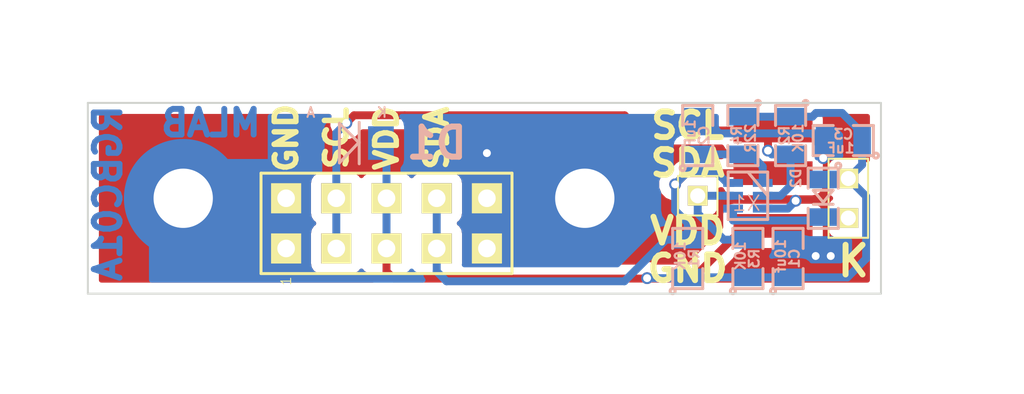
<source format=kicad_pcb>
(kicad_pcb (version 4) (host pcbnew "(2015-05-13 BZR 5653)-product")

  (general
    (links 36)
    (no_connects 0)
    (area 0.203999 -9.448001 40.436001 0.304001)
    (thickness 1.6)
    (drawings 15)
    (tracks 99)
    (zones 0)
    (modules 19)
    (nets 8)
  )

  (page A4)
  (layers
    (0 F.Cu signal)
    (31 B.Cu signal)
    (32 B.Adhes user)
    (33 F.Adhes user)
    (34 B.Paste user)
    (35 F.Paste user)
    (36 B.SilkS user)
    (37 F.SilkS user)
    (38 B.Mask user)
    (39 F.Mask user)
    (40 Dwgs.User user)
    (41 Cmts.User user)
    (42 Eco1.User user)
    (43 Eco2.User user)
    (44 Edge.Cuts user)
    (45 Margin user)
    (46 B.CrtYd user)
    (47 F.CrtYd user)
    (48 B.Fab user)
    (49 F.Fab user)
  )

  (setup
    (last_trace_width 0.25)
    (user_trace_width 0.2)
    (user_trace_width 0.3)
    (user_trace_width 0.4)
    (trace_clearance 0.2)
    (zone_clearance 0.508)
    (zone_45_only no)
    (trace_min 0.2)
    (segment_width 0.2)
    (edge_width 0.1)
    (via_size 0.6)
    (via_drill 0.4)
    (via_min_size 0.4)
    (via_min_drill 0.3)
    (uvia_size 0.3)
    (uvia_drill 0.1)
    (uvias_allowed no)
    (uvia_min_size 0.2)
    (uvia_min_drill 0.1)
    (pcb_text_width 0.3)
    (pcb_text_size 1.5 1.5)
    (mod_edge_width 0.15)
    (mod_text_size 1 1)
    (mod_text_width 0.15)
    (pad_size 6 6)
    (pad_drill 3)
    (pad_to_mask_clearance 0)
    (aux_axis_origin 0 0)
    (visible_elements 7FFFFF7F)
    (pcbplotparams
      (layerselection 0x010f0_80000001)
      (usegerberextensions false)
      (excludeedgelayer true)
      (linewidth 0.300000)
      (plotframeref false)
      (viasonmask false)
      (mode 1)
      (useauxorigin false)
      (hpglpennumber 1)
      (hpglpenspeed 20)
      (hpglpendiameter 15)
      (hpglpenoverlay 2)
      (psnegative false)
      (psa4output false)
      (plotreference true)
      (plotvalue true)
      (plotinvisibletext false)
      (padsonsilk false)
      (subtractmaskfromsilk false)
      (outputformat 1)
      (mirror false)
      (drillshape 0)
      (scaleselection 1)
      (outputdirectory ../CAM_PROFI/))
  )

  (net 0 "")
  (net 1 VDD)
  (net 2 GND)
  (net 3 "Net-(C2-Pad1)")
  (net 4 "Net-(D2-Pad2)")
  (net 5 "Net-(J2-Pad1)")
  (net 6 /SCL)
  (net 7 /SDA)

  (net_class Default "Toto je výchozí třída sítě."
    (clearance 0.2)
    (trace_width 0.25)
    (via_dia 0.6)
    (via_drill 0.4)
    (uvia_dia 0.3)
    (uvia_drill 0.1)
    (add_net /SCL)
    (add_net /SDA)
    (add_net GND)
    (add_net "Net-(C2-Pad1)")
    (add_net "Net-(D2-Pad2)")
    (add_net "Net-(J2-Pad1)")
    (add_net VDD)
  )

  (module Mlab_Pin_Headers:Straight_2x01 (layer F.Cu) (tedit 5545E8D2) (tstamp 5593D410)
    (at 38.735 -4.572 270)
    (descr "pin header straight 2x01")
    (tags "pin header straight 2x01")
    (path /5593C30F)
    (fp_text reference J3 (at 0 -2 270) (layer F.SilkS) hide
      (effects (font (size 1 1) (thickness 0.15)))
    )
    (fp_text value CONN1_2 (at 0 2 270) (layer F.SilkS) hide
      (effects (font (size 1 1) (thickness 0.15)))
    )
    (fp_line (start -2 -1) (end 2 -1) (layer F.SilkS) (width 0))
    (fp_line (start 2 -1) (end 2 1) (layer F.SilkS) (width 0))
    (fp_line (start 2 1) (end -2 1) (layer F.SilkS) (width 0))
    (fp_line (start -2 1) (end -2 -1) (layer F.SilkS) (width 0))
    (pad 1 thru_hole rect (at -1 0 270) (size 1 1) (drill 0.762) (layers *.Cu *.Mask F.SilkS)
      (net 1 VDD))
    (pad 2 thru_hole rect (at 1 0 270) (size 1 1) (drill 0.762) (layers *.Cu *.Mask F.SilkS)
      (net 4 "Net-(D2-Pad2)"))
    (model Pin_Headers/Pin_Header_Straight_2x01.wrl
      (at (xyz 0 0 0))
      (scale (xyz 1 1 1))
      (rotate (xyz 0 0 90))
    )
  )

  (module Mlab_Mechanical:MountingHole_3mm placed (layer B.Cu) (tedit 5593DD71) (tstamp 5593D415)
    (at 5.08 -4.572)
    (descr "Mounting hole, Befestigungsbohrung, 3mm, No Annular, Kein Restring,")
    (tags "Mounting hole, Befestigungsbohrung, 3mm, No Annular, Kein Restring,")
    (path /5593DF34)
    (fp_text reference M1 (at 0 4) (layer B.SilkS) hide
      (effects (font (thickness 0.15)) (justify mirror))
    )
    (fp_text value HOLE (at 0 -4) (layer B.SilkS) hide
      (effects (font (thickness 0.15)) (justify mirror))
    )
    (fp_circle (center 0 0) (end 2 0) (layer Cmts.User) (width 0))
    (pad 1 thru_hole circle (at 0 0) (size 6 6) (drill 3) (layers *.Cu *.Adhes *.Mask)
      (net 2 GND) (clearance 1) (zone_connect 2))
  )

  (module Mlab_Mechanical:MountingHole_3mm placed (layer B.Cu) (tedit 5535DB2C) (tstamp 5593D41A)
    (at 25.4 -4.572)
    (descr "Mounting hole, Befestigungsbohrung, 3mm, No Annular, Kein Restring,")
    (tags "Mounting hole, Befestigungsbohrung, 3mm, No Annular, Kein Restring,")
    (path /5593E06B)
    (fp_text reference M2 (at 0 4) (layer B.SilkS) hide
      (effects (font (thickness 0.15)) (justify mirror))
    )
    (fp_text value HOLE (at 0 -4) (layer B.SilkS) hide
      (effects (font (thickness 0.15)) (justify mirror))
    )
    (fp_circle (center 0 0) (end 2 0) (layer Cmts.User) (width 0))
    (pad 1 thru_hole circle (at 0 0) (size 6 6) (drill 3) (layers *.Cu *.Adhes *.Mask)
      (net 2 GND) (clearance 1) (zone_connect 2))
  )

  (module Mlab_IO:FN (layer B.Cu) (tedit 55950D99) (tstamp 5593D441)
    (at 33.655 -4.699 180)
    (tags " TCS37717")
    (path /5593BBC3)
    (fp_text reference X1 (at 0.0762 -0.381 360) (layer B.SilkS)
      (effects (font (size 0.762 0.762) (thickness 0.0762)) (justify mirror))
    )
    (fp_text value TCS37717 (at 0.0889 1.8796 180) (layer B.SilkS) hide
      (effects (font (size 0.50038 0.50038) (thickness 0.0762)) (justify mirror))
    )
    (fp_line (start -1 0) (end 0 1.2) (layer B.SilkS) (width 0.15))
    (fp_line (start 1 1.2) (end 1 -1.2) (layer B.SilkS) (width 0.15))
    (fp_line (start 1 -1.2) (end -1 -1.2) (layer B.SilkS) (width 0.15))
    (fp_line (start -1 -1.2) (end -1 1.2) (layer B.SilkS) (width 0.15))
    (fp_line (start 1 1.2) (end -1 1.2) (layer B.SilkS) (width 0.15))
    (pad 6 smd rect (at 0.75 0.65 180) (size 1 0.4) (layers B.Cu B.Paste B.Mask)
      (net 7 /SDA))
    (pad 5 smd rect (at 0.75 0 180) (size 1 0.4) (layers B.Cu B.Paste B.Mask)
      (net 5 "Net-(J2-Pad1)"))
    (pad 4 smd rect (at 0.75 -0.65 180) (size 1 0.4) (layers B.Cu B.Paste B.Mask)
      (net 4 "Net-(D2-Pad2)"))
    (pad 3 smd rect (at -0.75 -0.65 180) (size 1 0.4) (layers B.Cu B.Paste B.Mask)
      (net 2 GND))
    (pad 2 smd rect (at -0.75 0 180) (size 1 0.4) (layers B.Cu B.Paste B.Mask)
      (net 6 /SCL))
    (pad 1 smd rect (at -0.75 0.65 180) (size 1 0.4) (layers B.Cu B.Paste B.Mask)
      (net 3 "Net-(C2-Pad1)"))
    (model MLAB_3D/IO/SOT23_6.wrl
      (at (xyz 0 0 0))
      (scale (xyz 0.11 0.11 0.11))
      (rotate (xyz 0 0 0))
    )
  )

  (module Mlab_Pin_Headers:Straight_2x05 (layer F.Cu) (tedit 55950446) (tstamp 55943182)
    (at 15.367 -3.302 90)
    (descr "pin header straight 2x05")
    (tags "pin header straight 2x05")
    (path /5593C646)
    (fp_text reference J1 (at 0 -7.62 90) (layer F.SilkS) hide
      (effects (font (size 1.5 1.5) (thickness 0.15)))
    )
    (fp_text value JUMP_5X2 (at 0 7.62 90) (layer F.SilkS) hide
      (effects (font (size 1.5 1.5) (thickness 0.15)))
    )
    (fp_text user 1 (at -2.921 -5.08 90) (layer F.SilkS)
      (effects (font (size 0.5 0.5) (thickness 0.05)))
    )
    (fp_line (start -2.54 -6.35) (end 2.54 -6.35) (layer F.SilkS) (width 0.15))
    (fp_line (start 2.54 -6.35) (end 2.54 6.35) (layer F.SilkS) (width 0.15))
    (fp_line (start 2.54 6.35) (end -2.54 6.35) (layer F.SilkS) (width 0.15))
    (fp_line (start -2.54 6.35) (end -2.54 -6.35) (layer F.SilkS) (width 0.15))
    (pad 1 thru_hole rect (at -1.27 -5.08 90) (size 1.524 1.524) (drill 0.889) (layers *.Cu *.Mask F.SilkS)
      (net 2 GND))
    (pad 2 thru_hole rect (at 1.27 -5.08 90) (size 1.524 1.524) (drill 0.889) (layers *.Cu *.Mask F.SilkS)
      (net 2 GND))
    (pad 3 thru_hole rect (at -1.27 -2.54 90) (size 1.524 1.524) (drill 0.889) (layers *.Cu *.Mask F.SilkS)
      (net 6 /SCL))
    (pad 4 thru_hole rect (at 1.27 -2.54 90) (size 1.524 1.524) (drill 0.889) (layers *.Cu *.Mask F.SilkS)
      (net 6 /SCL))
    (pad 5 thru_hole rect (at -1.27 0 90) (size 1.524 1.524) (drill 0.889) (layers *.Cu *.Mask F.SilkS)
      (net 1 VDD))
    (pad 6 thru_hole rect (at 1.27 0 90) (size 1.524 1.524) (drill 0.889) (layers *.Cu *.Mask F.SilkS)
      (net 1 VDD))
    (pad 7 thru_hole rect (at -1.27 2.54 90) (size 1.524 1.524) (drill 0.889) (layers *.Cu *.Mask F.SilkS)
      (net 7 /SDA))
    (pad 8 thru_hole rect (at 1.27 2.54 90) (size 1.524 1.524) (drill 0.889) (layers *.Cu *.Mask F.SilkS)
      (net 7 /SDA))
    (pad 9 thru_hole rect (at -1.27 5.08 90) (size 1.524 1.524) (drill 0.889) (layers *.Cu *.Mask F.SilkS)
      (net 2 GND))
    (pad 10 thru_hole rect (at 1.27 5.08 90) (size 1.524 1.524) (drill 0.889) (layers *.Cu *.Mask F.SilkS)
      (net 2 GND))
    (model Pin_Headers/Pin_Header_Straight_2x05.wrl
      (at (xyz 0 0 0))
      (scale (xyz 1 1 1))
      (rotate (xyz 0 0 90))
    )
  )

  (module Mlab_R:SMD-0805 (layer B.Cu) (tedit 54799E0C) (tstamp 5593DD5A)
    (at 35.687 -1.524 90)
    (path /5593B828)
    (attr smd)
    (fp_text reference C1 (at 0 0.3175 90) (layer B.SilkS)
      (effects (font (size 0.50038 0.50038) (thickness 0.10922)) (justify mirror))
    )
    (fp_text value 10uf (at 0.127 -0.381 90) (layer B.SilkS)
      (effects (font (size 0.50038 0.50038) (thickness 0.10922)) (justify mirror))
    )
    (fp_circle (center -1.651 -0.762) (end -1.651 -0.635) (layer B.SilkS) (width 0.15))
    (fp_line (start -0.508 -0.762) (end -1.524 -0.762) (layer B.SilkS) (width 0.15))
    (fp_line (start -1.524 -0.762) (end -1.524 0.762) (layer B.SilkS) (width 0.15))
    (fp_line (start -1.524 0.762) (end -0.508 0.762) (layer B.SilkS) (width 0.15))
    (fp_line (start 0.508 0.762) (end 1.524 0.762) (layer B.SilkS) (width 0.15))
    (fp_line (start 1.524 0.762) (end 1.524 -0.762) (layer B.SilkS) (width 0.15))
    (fp_line (start 1.524 -0.762) (end 0.508 -0.762) (layer B.SilkS) (width 0.15))
    (pad 1 smd rect (at -0.9525 0 90) (size 0.889 1.397) (layers B.Cu B.Paste B.Mask)
      (net 1 VDD))
    (pad 2 smd rect (at 0.9525 0 90) (size 0.889 1.397) (layers B.Cu B.Paste B.Mask)
      (net 2 GND))
    (model MLAB_3D/Resistors/chip_cms.wrl
      (at (xyz 0 0 0))
      (scale (xyz 0.1 0.1 0.1))
      (rotate (xyz 0 0 0))
    )
  )

  (module Mlab_R:SMD-0805 (layer B.Cu) (tedit 54799E0C) (tstamp 5593DD67)
    (at 31.115 -7.747 90)
    (path /5593C035)
    (attr smd)
    (fp_text reference C2 (at 0 0.3175 90) (layer B.SilkS)
      (effects (font (size 0.50038 0.50038) (thickness 0.10922)) (justify mirror))
    )
    (fp_text value 1uF (at 0.127 -0.381 90) (layer B.SilkS)
      (effects (font (size 0.50038 0.50038) (thickness 0.10922)) (justify mirror))
    )
    (fp_circle (center -1.651 -0.762) (end -1.651 -0.635) (layer B.SilkS) (width 0.15))
    (fp_line (start -0.508 -0.762) (end -1.524 -0.762) (layer B.SilkS) (width 0.15))
    (fp_line (start -1.524 -0.762) (end -1.524 0.762) (layer B.SilkS) (width 0.15))
    (fp_line (start -1.524 0.762) (end -0.508 0.762) (layer B.SilkS) (width 0.15))
    (fp_line (start 0.508 0.762) (end 1.524 0.762) (layer B.SilkS) (width 0.15))
    (fp_line (start 1.524 0.762) (end 1.524 -0.762) (layer B.SilkS) (width 0.15))
    (fp_line (start 1.524 -0.762) (end 0.508 -0.762) (layer B.SilkS) (width 0.15))
    (pad 1 smd rect (at -0.9525 0 90) (size 0.889 1.397) (layers B.Cu B.Paste B.Mask)
      (net 3 "Net-(C2-Pad1)"))
    (pad 2 smd rect (at 0.9525 0 90) (size 0.889 1.397) (layers B.Cu B.Paste B.Mask)
      (net 2 GND))
    (model MLAB_3D/Resistors/chip_cms.wrl
      (at (xyz 0 0 0))
      (scale (xyz 0.1 0.1 0.1))
      (rotate (xyz 0 0 0))
    )
  )

  (module Mlab_R:SMD-0805 (layer B.Cu) (tedit 54799E0C) (tstamp 5593DD8E)
    (at 30.607 -1.524 90)
    (path /5593B776)
    (attr smd)
    (fp_text reference R1 (at 0 0.3175 90) (layer B.SilkS)
      (effects (font (size 0.50038 0.50038) (thickness 0.10922)) (justify mirror))
    )
    (fp_text value 10K (at 0.127 -0.381 90) (layer B.SilkS)
      (effects (font (size 0.50038 0.50038) (thickness 0.10922)) (justify mirror))
    )
    (fp_circle (center -1.651 -0.762) (end -1.651 -0.635) (layer B.SilkS) (width 0.15))
    (fp_line (start -0.508 -0.762) (end -1.524 -0.762) (layer B.SilkS) (width 0.15))
    (fp_line (start -1.524 -0.762) (end -1.524 0.762) (layer B.SilkS) (width 0.15))
    (fp_line (start -1.524 0.762) (end -0.508 0.762) (layer B.SilkS) (width 0.15))
    (fp_line (start 0.508 0.762) (end 1.524 0.762) (layer B.SilkS) (width 0.15))
    (fp_line (start 1.524 0.762) (end 1.524 -0.762) (layer B.SilkS) (width 0.15))
    (fp_line (start 1.524 -0.762) (end 0.508 -0.762) (layer B.SilkS) (width 0.15))
    (pad 1 smd rect (at -0.9525 0 90) (size 0.889 1.397) (layers B.Cu B.Paste B.Mask)
      (net 1 VDD))
    (pad 2 smd rect (at 0.9525 0 90) (size 0.889 1.397) (layers B.Cu B.Paste B.Mask)
      (net 7 /SDA))
    (model MLAB_3D/Resistors/chip_cms.wrl
      (at (xyz 0 0 0))
      (scale (xyz 0.1 0.1 0.1))
      (rotate (xyz 0 0 0))
    )
  )

  (module Mlab_R:SMD-0805 (layer B.Cu) (tedit 54799E0C) (tstamp 5593DDA8)
    (at 33.655 -1.524 90)
    (path /5593BE08)
    (attr smd)
    (fp_text reference R3 (at 0 0.3175 90) (layer B.SilkS)
      (effects (font (size 0.50038 0.50038) (thickness 0.10922)) (justify mirror))
    )
    (fp_text value 10K (at 0.127 -0.381 90) (layer B.SilkS)
      (effects (font (size 0.50038 0.50038) (thickness 0.10922)) (justify mirror))
    )
    (fp_circle (center -1.651 -0.762) (end -1.651 -0.635) (layer B.SilkS) (width 0.15))
    (fp_line (start -0.508 -0.762) (end -1.524 -0.762) (layer B.SilkS) (width 0.15))
    (fp_line (start -1.524 -0.762) (end -1.524 0.762) (layer B.SilkS) (width 0.15))
    (fp_line (start -1.524 0.762) (end -0.508 0.762) (layer B.SilkS) (width 0.15))
    (fp_line (start 0.508 0.762) (end 1.524 0.762) (layer B.SilkS) (width 0.15))
    (fp_line (start 1.524 0.762) (end 1.524 -0.762) (layer B.SilkS) (width 0.15))
    (fp_line (start 1.524 -0.762) (end 0.508 -0.762) (layer B.SilkS) (width 0.15))
    (pad 1 smd rect (at -0.9525 0 90) (size 0.889 1.397) (layers B.Cu B.Paste B.Mask)
      (net 1 VDD))
    (pad 2 smd rect (at 0.9525 0 90) (size 0.889 1.397) (layers B.Cu B.Paste B.Mask)
      (net 5 "Net-(J2-Pad1)"))
    (model MLAB_3D/Resistors/chip_cms.wrl
      (at (xyz 0 0 0))
      (scale (xyz 0.1 0.1 0.1))
      (rotate (xyz 0 0 0))
    )
  )

  (module Mlab_R:SMD-0805 (layer B.Cu) (tedit 54799E0C) (tstamp 5593DDB5)
    (at 33.401 -7.747 270)
    (path /5593BF0E)
    (attr smd)
    (fp_text reference R4 (at 0 0.3175 270) (layer B.SilkS)
      (effects (font (size 0.50038 0.50038) (thickness 0.10922)) (justify mirror))
    )
    (fp_text value 22R (at 0.127 -0.381 270) (layer B.SilkS)
      (effects (font (size 0.50038 0.50038) (thickness 0.10922)) (justify mirror))
    )
    (fp_circle (center -1.651 -0.762) (end -1.651 -0.635) (layer B.SilkS) (width 0.15))
    (fp_line (start -0.508 -0.762) (end -1.524 -0.762) (layer B.SilkS) (width 0.15))
    (fp_line (start -1.524 -0.762) (end -1.524 0.762) (layer B.SilkS) (width 0.15))
    (fp_line (start -1.524 0.762) (end -0.508 0.762) (layer B.SilkS) (width 0.15))
    (fp_line (start 0.508 0.762) (end 1.524 0.762) (layer B.SilkS) (width 0.15))
    (fp_line (start 1.524 0.762) (end 1.524 -0.762) (layer B.SilkS) (width 0.15))
    (fp_line (start 1.524 -0.762) (end 0.508 -0.762) (layer B.SilkS) (width 0.15))
    (pad 1 smd rect (at -0.9525 0 270) (size 0.889 1.397) (layers B.Cu B.Paste B.Mask)
      (net 1 VDD))
    (pad 2 smd rect (at 0.9525 0 270) (size 0.889 1.397) (layers B.Cu B.Paste B.Mask)
      (net 3 "Net-(C2-Pad1)"))
    (model MLAB_3D/Resistors/chip_cms.wrl
      (at (xyz 0 0 0))
      (scale (xyz 0.1 0.1 0.1))
      (rotate (xyz 0 0 0))
    )
  )

  (module Mlab_D:Diode-MiniMELF_Standard (layer B.Cu) (tedit 55950439) (tstamp 5593DF9B)
    (at 13.335 -7.366)
    (descr "Diode Mini-MELF Standard")
    (tags "Diode Mini-MELF Standard")
    (path /5593B6D9)
    (attr smd)
    (fp_text reference D1 (at 4.572 0) (layer B.SilkS)
      (effects (font (thickness 0.3048)) (justify mirror))
    )
    (fp_text value BZV55C-3,6V (at 0 -3.81) (layer B.SilkS) hide
      (effects (font (thickness 0.3048)) (justify mirror))
    )
    (fp_line (start 0.65024 -0.0508) (end -0.35052 1.00076) (layer B.SilkS) (width 0.15))
    (fp_line (start -0.35052 1.00076) (end -0.35052 -1.00076) (layer B.SilkS) (width 0.15))
    (fp_line (start -0.35052 -1.00076) (end 0.65024 0) (layer B.SilkS) (width 0.15))
    (fp_line (start 0.65024 1.04902) (end 0.65024 -1.04902) (layer B.SilkS) (width 0.15))
    (fp_text user A (at -1.80086 -1.5494) (layer B.SilkS)
      (effects (font (size 0.50038 0.50038) (thickness 0.09906)) (justify mirror))
    )
    (fp_text user K (at 1.80086 -1.5494) (layer B.SilkS)
      (effects (font (size 0.50038 0.50038) (thickness 0.09906)) (justify mirror))
    )
    (fp_circle (center 0 0) (end 0 -0.55118) (layer B.Adhes) (width 0.381))
    (fp_circle (center 0 0) (end 0 -0.20066) (layer B.Adhes) (width 0.381))
    (pad 1 smd rect (at -1.75006 0) (size 1.30048 1.69926) (layers B.Cu B.Paste B.Mask)
      (net 2 GND))
    (pad 2 smd rect (at 1.75006 0) (size 1.30048 1.69926) (layers B.Cu B.Paste B.Mask)
      (net 1 VDD))
    (model MLAB_3D/Diodes/MiniMELF_DO213AA.wrl
      (at (xyz 0 0 0))
      (scale (xyz 0.3937 0.3937 0.3937))
      (rotate (xyz 0 0 0))
    )
  )

  (module Mlab_Pin_Headers:Straight_1x01 (layer F.Cu) (tedit 559504F5) (tstamp 5593E389)
    (at 31.115 -4.699)
    (descr "pin header straight 1x01")
    (tags "pin header straight 1x01")
    (path /5593C801)
    (fp_text reference J2 (at 0 -2) (layer F.SilkS) hide
      (effects (font (size 1 1) (thickness 0.15)))
    )
    (fp_text value CONN1_1 (at 0 2) (layer F.SilkS) hide
      (effects (font (size 1 1) (thickness 0.15)))
    )
    (fp_text user 1 (at -1 0) (layer F.SilkS)
      (effects (font (size 0 0) (thickness 0.15)))
    )
    (fp_line (start -1 -1) (end 1 -1) (layer F.SilkS) (width 0))
    (fp_line (start 1 -1) (end 1 1) (layer F.SilkS) (width 0))
    (fp_line (start 1 1) (end -1 1) (layer F.SilkS) (width 0))
    (fp_line (start -1 1) (end -1 -1) (layer F.SilkS) (width 0))
    (pad 1 thru_hole rect (at 0 0) (size 1 1) (drill 0.762) (layers *.Cu *.Mask F.SilkS)
      (net 5 "Net-(J2-Pad1)"))
    (model Pin_Headers/Pin_Header_Straight_1x01.wrl
      (at (xyz 0 0 0))
      (scale (xyz 1 1 1))
      (rotate (xyz 0 0 90))
    )
  )

  (module Mlab_Pin_Headers:SMD_1x1 (layer F.Cu) (tedit 5594D1EF) (tstamp 559501CE)
    (at 34.925 -3.175)
    (path /5594D249)
    (fp_text reference J4 (at -0.1016 2.9972) (layer F.SilkS) hide
      (effects (font (size 1 1) (thickness 0.15)))
    )
    (fp_text value CONN1_1 (at -0.2032 -1.778) (layer F.Fab) hide
      (effects (font (size 1 1) (thickness 0.15)))
    )
    (pad 1 smd rect (at 0 0) (size 4 1.2) (layers F.Cu F.Paste F.Mask)
      (net 1 VDD))
  )

  (module Mlab_Pin_Headers:SMD_1x1 (layer F.Cu) (tedit 5594D1EF) (tstamp 559501D3)
    (at 34.925 -8.001)
    (path /5594D305)
    (fp_text reference J5 (at -0.1016 2.9972) (layer F.SilkS) hide
      (effects (font (size 1 1) (thickness 0.15)))
    )
    (fp_text value CONN1_1 (at -0.2032 -1.778) (layer F.Fab) hide
      (effects (font (size 1 1) (thickness 0.15)))
    )
    (pad 1 smd rect (at 0 0) (size 4 1.2) (layers F.Cu F.Paste F.Mask)
      (net 6 /SCL))
  )

  (module Mlab_Pin_Headers:SMD_1x1 (layer F.Cu) (tedit 5594D1EF) (tstamp 559501D8)
    (at 34.925 -5.842)
    (path /5594D33D)
    (fp_text reference J6 (at -0.1016 2.9972) (layer F.SilkS) hide
      (effects (font (size 1 1) (thickness 0.15)))
    )
    (fp_text value CONN1_1 (at -0.2032 -1.778) (layer F.Fab) hide
      (effects (font (size 1 1) (thickness 0.15)))
    )
    (pad 1 smd rect (at 0 0) (size 4 1.2) (layers F.Cu F.Paste F.Mask)
      (net 7 /SDA))
  )

  (module Mlab_Pin_Headers:SMD_1x1 (layer F.Cu) (tedit 5594D1EF) (tstamp 559501DD)
    (at 34.925 -1.016)
    (path /5594D2C7)
    (fp_text reference J7 (at -0.1016 2.9972) (layer F.SilkS) hide
      (effects (font (size 1 1) (thickness 0.15)))
    )
    (fp_text value CONN1_1 (at -0.2032 -1.778) (layer F.Fab) hide
      (effects (font (size 1 1) (thickness 0.15)))
    )
    (pad 1 smd rect (at 0 0) (size 4 1.2) (layers F.Cu F.Paste F.Mask)
      (net 2 GND))
  )

  (module Mlab_D:LED_0805 (layer B.Cu) (tedit 559504FC) (tstamp 55950215)
    (at 37.465 -4.572 270)
    (path /5593D884)
    (attr smd)
    (fp_text reference D2 (at -1.016 1.3843 270) (layer B.SilkS)
      (effects (font (size 0.50038 0.50038) (thickness 0.10922)) (justify mirror))
    )
    (fp_text value LL-S170IRC-2A (at 1.4351 1.3716 270) (layer B.SilkS) hide
      (effects (font (size 0.50038 0.50038) (thickness 0.10922)) (justify mirror))
    )
    (fp_line (start 0.3048 0.5) (end 0.3048 -0.5) (layer B.SilkS) (width 0.15))
    (fp_line (start -0.3937 0.5) (end 0.2032 0) (layer B.SilkS) (width 0.15))
    (fp_line (start 0.2032 0) (end -0.4064 -0.5) (layer B.SilkS) (width 0.15))
    (fp_line (start -0.4064 0.5) (end -0.4064 -0.5) (layer B.SilkS) (width 0.15))
    (fp_text user K (at 1.0668 -1.2954 270) (layer B.SilkS)
      (effects (font (size 0.5 0.5) (thickness 0.125)) (justify mirror))
    )
    (fp_text user A (at -0.9906 -1.27 270) (layer B.SilkS)
      (effects (font (size 0.5 0.5) (thickness 0.125)) (justify mirror))
    )
    (fp_circle (center -1.651 -0.762) (end -1.651 -0.635) (layer B.SilkS) (width 0.15))
    (fp_line (start -0.508 -0.762) (end -1.524 -0.762) (layer B.SilkS) (width 0.15))
    (fp_line (start -1.524 -0.762) (end -1.524 0.762) (layer B.SilkS) (width 0.15))
    (fp_line (start -1.524 0.762) (end -0.508 0.762) (layer B.SilkS) (width 0.15))
    (fp_line (start 0.508 0.762) (end 1.524 0.762) (layer B.SilkS) (width 0.15))
    (fp_line (start 1.524 0.762) (end 1.524 -0.762) (layer B.SilkS) (width 0.15))
    (fp_line (start 1.524 -0.762) (end 0.508 -0.762) (layer B.SilkS) (width 0.15))
    (pad 1 smd rect (at -0.9525 0 270) (size 0.889 1.397) (layers B.Cu B.Paste B.Mask)
      (net 1 VDD))
    (pad 2 smd rect (at 0.9525 0 270) (size 0.889 1.397) (layers B.Cu B.Paste B.Mask)
      (net 4 "Net-(D2-Pad2)"))
    (model MLAB_3D/Resistors/chip_cms.wrl
      (at (xyz 0 0 0))
      (scale (xyz 0.1 0.1 0.1))
      (rotate (xyz 0 0 0))
    )
  )

  (module Mlab_R:SMD-0805 (layer B.Cu) (tedit 54799E0C) (tstamp 559503EC)
    (at 38.481 -7.493 180)
    (path /5593B808)
    (attr smd)
    (fp_text reference C3 (at 0 0.3175 180) (layer B.SilkS)
      (effects (font (size 0.50038 0.50038) (thickness 0.10922)) (justify mirror))
    )
    (fp_text value 1uF (at 0.127 -0.381 180) (layer B.SilkS)
      (effects (font (size 0.50038 0.50038) (thickness 0.10922)) (justify mirror))
    )
    (fp_circle (center -1.651 -0.762) (end -1.651 -0.635) (layer B.SilkS) (width 0.15))
    (fp_line (start -0.508 -0.762) (end -1.524 -0.762) (layer B.SilkS) (width 0.15))
    (fp_line (start -1.524 -0.762) (end -1.524 0.762) (layer B.SilkS) (width 0.15))
    (fp_line (start -1.524 0.762) (end -0.508 0.762) (layer B.SilkS) (width 0.15))
    (fp_line (start 0.508 0.762) (end 1.524 0.762) (layer B.SilkS) (width 0.15))
    (fp_line (start 1.524 0.762) (end 1.524 -0.762) (layer B.SilkS) (width 0.15))
    (fp_line (start 1.524 -0.762) (end 0.508 -0.762) (layer B.SilkS) (width 0.15))
    (pad 1 smd rect (at -0.9525 0 180) (size 0.889 1.397) (layers B.Cu B.Paste B.Mask)
      (net 1 VDD))
    (pad 2 smd rect (at 0.9525 0 180) (size 0.889 1.397) (layers B.Cu B.Paste B.Mask)
      (net 2 GND))
    (model MLAB_3D/Resistors/chip_cms.wrl
      (at (xyz 0 0 0))
      (scale (xyz 0.1 0.1 0.1))
      (rotate (xyz 0 0 0))
    )
  )

  (module Mlab_R:SMD-0805 (layer B.Cu) (tedit 54799E0C) (tstamp 559503F9)
    (at 35.814 -7.747 270)
    (path /5593BDD8)
    (attr smd)
    (fp_text reference R2 (at 0 0.3175 270) (layer B.SilkS)
      (effects (font (size 0.50038 0.50038) (thickness 0.10922)) (justify mirror))
    )
    (fp_text value 10K (at 0.127 -0.381 270) (layer B.SilkS)
      (effects (font (size 0.50038 0.50038) (thickness 0.10922)) (justify mirror))
    )
    (fp_circle (center -1.651 -0.762) (end -1.651 -0.635) (layer B.SilkS) (width 0.15))
    (fp_line (start -0.508 -0.762) (end -1.524 -0.762) (layer B.SilkS) (width 0.15))
    (fp_line (start -1.524 -0.762) (end -1.524 0.762) (layer B.SilkS) (width 0.15))
    (fp_line (start -1.524 0.762) (end -0.508 0.762) (layer B.SilkS) (width 0.15))
    (fp_line (start 0.508 0.762) (end 1.524 0.762) (layer B.SilkS) (width 0.15))
    (fp_line (start 1.524 0.762) (end 1.524 -0.762) (layer B.SilkS) (width 0.15))
    (fp_line (start 1.524 -0.762) (end 0.508 -0.762) (layer B.SilkS) (width 0.15))
    (pad 1 smd rect (at -0.9525 0 270) (size 0.889 1.397) (layers B.Cu B.Paste B.Mask)
      (net 1 VDD))
    (pad 2 smd rect (at 0.9525 0 270) (size 0.889 1.397) (layers B.Cu B.Paste B.Mask)
      (net 6 /SCL))
    (model MLAB_3D/Resistors/chip_cms.wrl
      (at (xyz 0 0 0))
      (scale (xyz 0.1 0.1 0.1))
      (rotate (xyz 0 0 0))
    )
  )

  (gr_text MLAB (at 6.477 -8.382) (layer B.Cu)
    (effects (font (size 1.3 1.3) (thickness 0.3)) (justify mirror))
  )
  (gr_text RGBC01A (at 1.27 -4.826 90) (layer B.Cu)
    (effects (font (size 1.3 1.3) (thickness 0.3)) (justify mirror))
  )
  (gr_text SDA (at 17.907 -7.62 90) (layer F.SilkS)
    (effects (font (size 1.1 1.1) (thickness 0.275)))
  )
  (gr_text VDD (at 15.367 -7.62 90) (layer F.SilkS)
    (effects (font (size 1.1 1.1) (thickness 0.275)))
  )
  (gr_text SCL (at 12.827 -7.62 90) (layer F.SilkS)
    (effects (font (size 1.1 1.1) (thickness 0.275)))
  )
  (gr_text GND (at 10.287 -7.62 90) (layer F.SilkS)
    (effects (font (size 1.1 1.1) (thickness 0.275)))
  )
  (gr_text SCL (at 30.607 -8.255) (layer F.SilkS)
    (effects (font (size 1.3 1.3) (thickness 0.3)))
  )
  (gr_text SDA (at 30.607 -6.35) (layer F.SilkS)
    (effects (font (size 1.3 1.3) (thickness 0.3)))
  )
  (gr_text GND (at 30.607 -1.016) (layer F.SilkS)
    (effects (font (size 1.3 1.3) (thickness 0.3)))
  )
  (gr_text VDD (at 30.607 -2.921) (layer F.SilkS)
    (effects (font (size 1.3 1.3) (thickness 0.3)))
  )
  (gr_text K (at 38.989 -1.397) (layer F.SilkS)
    (effects (font (size 1.5 1.5) (thickness 0.3)))
  )
  (gr_line (start 0.254 -9.398) (end 0.254 0.254) (angle 90) (layer Edge.Cuts) (width 0.1))
  (gr_line (start 0.254 -9.398) (end 40.386 -9.398) (angle 90) (layer Edge.Cuts) (width 0.1))
  (gr_line (start 40.386 0.254) (end 40.386 -9.398) (angle 90) (layer Edge.Cuts) (width 0.1))
  (gr_line (start 0.254 0.254) (end 40.386 0.254) (angle 90) (layer Edge.Cuts) (width 0.1))

  (segment (start 28.552482 -0.530518) (end 30.566018 -0.530518) (width 0.4) (layer B.Cu) (net 1))
  (segment (start 30.566018 -0.530518) (end 30.607 -0.5715) (width 0.4) (layer B.Cu) (net 1))
  (segment (start 29.057313 -0.508) (end 30.858 -0.508) (width 0.4) (layer F.Cu) (net 1))
  (segment (start 15.729 -0.508) (end 29.057313 -0.508) (width 0.4) (layer F.Cu) (net 1))
  (segment (start 29.057313 -0.508) (end 28.575 -0.508) (width 0.4) (layer F.Cu) (net 1))
  (via (at 28.552482 -0.530518) (size 0.6) (drill 0.4) (layers F.Cu B.Cu) (net 1))
  (segment (start 28.575 -0.508) (end 28.552482 -0.530518) (width 0.4) (layer F.Cu) (net 1))
  (segment (start 30.858 -0.508) (end 33.525 -3.175) (width 0.4) (layer F.Cu) (net 1))
  (segment (start 33.525 -3.175) (end 34.925 -3.175) (width 0.4) (layer F.Cu) (net 1))
  (segment (start 15.367 -2.032) (end 15.367 -0.87) (width 0.4) (layer F.Cu) (net 1))
  (segment (start 15.367 -0.87) (end 15.729 -0.508) (width 0.4) (layer F.Cu) (net 1))
  (segment (start 33.655 -0.5715) (end 30.607 -0.5715) (width 0.4) (layer B.Cu) (net 1))
  (segment (start 39.4335 -6.2705) (end 38.735 -5.572) (width 0.4) (layer B.Cu) (net 1))
  (segment (start 39.635001 -4.671999) (end 38.735 -5.572) (width 0.4) (layer B.Cu) (net 1))
  (segment (start 15.367 -4.572) (end 15.367 -2.032) (width 0.4) (layer B.Cu) (net 1))
  (segment (start 33.655 -0.5715) (end 35.687 -0.5715) (width 0.4) (layer B.Cu) (net 1))
  (segment (start 37.6555 -5.588) (end 37.719 -5.5245) (width 0.4) (layer B.Cu) (net 1))
  (segment (start 34.925 -3.175) (end 36.325 -3.175) (width 0.4) (layer F.Cu) (net 1))
  (segment (start 15.367 -7.08406) (end 15.08506 -7.366) (width 0.4) (layer B.Cu) (net 1))
  (segment (start 15.367 -4.572) (end 15.367 -7.08406) (width 0.4) (layer B.Cu) (net 1))
  (segment (start 35.814 -8.6995) (end 33.401 -8.6995) (width 0.4) (layer B.Cu) (net 1))
  (segment (start 36.9125 -8.6995) (end 37.103 -8.89) (width 0.4) (layer B.Cu) (net 1))
  (segment (start 35.814 -8.6995) (end 36.9125 -8.6995) (width 0.4) (layer B.Cu) (net 1))
  (segment (start 39.4335 -7.874) (end 39.4335 -7.62) (width 0.4) (layer B.Cu) (net 1))
  (segment (start 38.4175 -8.89) (end 39.4335 -7.874) (width 0.4) (layer B.Cu) (net 1))
  (segment (start 37.103 -8.89) (end 38.4175 -8.89) (width 0.4) (layer B.Cu) (net 1))
  (segment (start 39.4335 -7.62) (end 39.4335 -6.2705) (width 0.4) (layer B.Cu) (net 1))
  (segment (start 37.5125 -5.572) (end 37.465 -5.5245) (width 0.4) (layer B.Cu) (net 1))
  (segment (start 38.735 -5.572) (end 37.5125 -5.572) (width 0.4) (layer B.Cu) (net 1))
  (segment (start 34.925 -3.175) (end 33.782 -3.175) (width 0.4) (layer F.Cu) (net 1))
  (segment (start 39.635001 -1.514999) (end 39.635001 -4.671999) (width 0.4) (layer B.Cu) (net 1))
  (segment (start 38.691502 -0.5715) (end 39.635001 -1.514999) (width 0.4) (layer B.Cu) (net 1))
  (segment (start 35.687 -0.5715) (end 38.691502 -0.5715) (width 0.4) (layer B.Cu) (net 1))
  (segment (start 35.672 -4.049) (end 36.068 -4.445) (width 0.4) (layer B.Cu) (net 2))
  (via (at 36.068 -4.445) (size 0.6) (drill 0.4) (layers F.Cu B.Cu) (net 2))
  (segment (start 34.405 -4.049) (end 35.672 -4.049) (width 0.4) (layer B.Cu) (net 2))
  (via (at 37.084 -1.651) (size 0.6) (drill 0.4) (layers F.Cu B.Cu) (net 2))
  (segment (start 34.925 -1.016) (end 37.084 -1.651) (width 0.4) (layer F.Cu) (net 2))
  (via (at 37.846 -1.651) (size 0.6) (drill 0.4) (layers F.Cu B.Cu) (net 2))
  (segment (start 37.084 -1.651) (end 37.846 -1.651) (width 0.4) (layer B.Cu) (net 2))
  (segment (start 37.5285 -8.001) (end 37.5285 -7.8105) (width 0.4) (layer B.Cu) (net 2))
  (segment (start 37.382499 -7.854999) (end 37.5285 -8.001) (width 0.4) (layer B.Cu) (net 2))
  (segment (start 32.213501 -7.854999) (end 37.382499 -7.854999) (width 0.4) (layer B.Cu) (net 2))
  (segment (start 31.369 -8.6995) (end 32.213501 -7.854999) (width 0.4) (layer B.Cu) (net 2))
  (segment (start 31.115 -8.6995) (end 31.369 -8.6995) (width 0.4) (layer B.Cu) (net 2))
  (via (at 37.465 -6.604) (size 0.6) (drill 0.4) (layers F.Cu B.Cu) (net 2))
  (segment (start 37.5285 -6.6675) (end 37.465 -6.604) (width 0.4) (layer B.Cu) (net 2))
  (segment (start 37.5285 -7.62) (end 37.5285 -6.6675) (width 0.4) (layer B.Cu) (net 2))
  (via (at 20.447 -6.858) (size 0.6) (drill 0.4) (layers F.Cu B.Cu) (net 2))
  (segment (start 20.447 -4.572) (end 20.447 -6.858) (width 0.4) (layer F.Cu) (net 2))
  (segment (start 34.405 -5.349) (end 34.405 -6.1715) (width 0.4) (layer B.Cu) (net 3))
  (segment (start 34.405 -6.1715) (end 33.782 -6.7945) (width 0.4) (layer B.Cu) (net 3))
  (segment (start 33.401 -6.7945) (end 31.115 -6.7945) (width 0.4) (layer B.Cu) (net 3))
  (segment (start 32.905 -4.049) (end 32.905001 -3.448999) (width 0.4) (layer B.Cu) (net 4))
  (segment (start 32.905001 -3.448999) (end 37.548499 -3.448999) (width 0.4) (layer B.Cu) (net 4))
  (segment (start 37.548499 -3.448999) (end 37.719 -3.6195) (width 0.4) (layer B.Cu) (net 4))
  (segment (start 37.6715 -3.826) (end 37.465 -3.6195) (width 0.4) (layer B.Cu) (net 4))
  (segment (start 37.5125 -3.572) (end 37.465 -3.6195) (width 0.4) (layer B.Cu) (net 4))
  (segment (start 38.735 -3.572) (end 37.5125 -3.572) (width 0.4) (layer B.Cu) (net 4))
  (segment (start 33.655 -2.4765) (end 32.4375 -2.4765) (width 0.4) (layer B.Cu) (net 5))
  (segment (start 32.4375 -2.4765) (end 31.115 -3.799) (width 0.4) (layer B.Cu) (net 5))
  (segment (start 31.115 -3.799) (end 31.115 -4.699) (width 0.4) (layer B.Cu) (net 5))
  (segment (start 32.905 -4.699) (end 31.115 -4.699) (width 0.4) (layer B.Cu) (net 5))
  (segment (start 34.405 -4.699) (end 35.305 -4.699) (width 0.4) (layer B.Cu) (net 6))
  (segment (start 35.305 -4.699) (end 35.814 -5.208) (width 0.4) (layer B.Cu) (net 6))
  (segment (start 35.814 -5.208) (end 35.814 -5.95) (width 0.4) (layer B.Cu) (net 6))
  (segment (start 35.814 -5.95) (end 35.814 -6.7945) (width 0.4) (layer B.Cu) (net 6))
  (segment (start 12.827 -4.572) (end 12.827 -2.032) (width 0.4) (layer B.Cu) (net 6))
  (segment (start 36.139498 -8.001) (end 34.925 -8.001) (width 0.4) (layer F.Cu) (net 6))
  (via (at 34.671 -6.985) (size 0.6) (drill 0.4) (layers F.Cu B.Cu) (net 6))
  (segment (start 34.8615 -6.7945) (end 34.671 -6.985) (width 0.4) (layer B.Cu) (net 6))
  (segment (start 35.814 -6.7945) (end 34.8615 -6.7945) (width 0.4) (layer B.Cu) (net 6))
  (segment (start 34.671 -7.747) (end 34.925 -8.001) (width 0.4) (layer F.Cu) (net 6))
  (segment (start 34.671 -6.985) (end 34.671 -7.747) (width 0.4) (layer F.Cu) (net 6))
  (segment (start 28.187002 -8.001) (end 27.416001 -8.772001) (width 0.4) (layer F.Cu) (net 6))
  (segment (start 34.925 -8.001) (end 28.187002 -8.001) (width 0.4) (layer F.Cu) (net 6))
  (via (at 13.335 -8.382) (size 0.6) (drill 0.4) (layers F.Cu B.Cu) (net 6))
  (segment (start 13.725001 -8.772001) (end 13.335 -8.382) (width 0.4) (layer F.Cu) (net 6))
  (segment (start 16.284163 -8.772001) (end 13.725001 -8.772001) (width 0.4) (layer F.Cu) (net 6))
  (segment (start 27.416001 -8.772001) (end 16.284163 -8.772001) (width 0.4) (layer F.Cu) (net 6))
  (segment (start 12.827 -7.874) (end 12.827 -4.572) (width 0.4) (layer B.Cu) (net 6))
  (segment (start 13.335 -8.382) (end 12.827 -7.874) (width 0.4) (layer B.Cu) (net 6))
  (segment (start 17.907 -4.572) (end 17.907 -2.032) (width 0.4) (layer B.Cu) (net 7))
  (segment (start 34.798 -5.715) (end 34.925 -5.842) (width 0.4) (layer F.Cu) (net 7))
  (segment (start 29.972 -3.956) (end 29.972 -5.276002) (width 0.4) (layer B.Cu) (net 7))
  (segment (start 30.607 -2.4765) (end 30.607 -3.321) (width 0.4) (layer B.Cu) (net 7))
  (segment (start 30.607 -3.321) (end 29.972 -3.956) (width 0.4) (layer B.Cu) (net 7))
  (via (at 29.972 -5.276002) (size 0.6) (drill 0.4) (layers F.Cu B.Cu) (net 7))
  (segment (start 32.005 -5.949) (end 30.644998 -5.949) (width 0.4) (layer B.Cu) (net 7))
  (segment (start 30.644998 -5.949) (end 29.972 -5.276002) (width 0.4) (layer B.Cu) (net 7))
  (segment (start 32.605 -5.349) (end 32.005 -5.949) (width 0.4) (layer B.Cu) (net 7))
  (segment (start 32.905 -5.349) (end 32.605 -5.349) (width 0.4) (layer B.Cu) (net 7))
  (segment (start 30.537998 -5.842) (end 29.972 -5.276002) (width 0.4) (layer F.Cu) (net 7))
  (segment (start 34.925 -5.842) (end 30.537998 -5.842) (width 0.4) (layer F.Cu) (net 7))
  (segment (start 17.907 -0.87) (end 17.907 -2.032) (width 0.4) (layer B.Cu) (net 7))
  (segment (start 18.405001 -0.371999) (end 17.907 -0.87) (width 0.4) (layer B.Cu) (net 7))
  (segment (start 27.403999 -0.371999) (end 18.405001 -0.371999) (width 0.4) (layer B.Cu) (net 7))
  (segment (start 29.5085 -2.4765) (end 27.403999 -0.371999) (width 0.4) (layer B.Cu) (net 7))
  (segment (start 30.607 -2.4765) (end 29.5085 -2.4765) (width 0.4) (layer B.Cu) (net 7))

  (zone (net 2) (net_name GND) (layer F.Cu) (tstamp 0) (hatch edge 0.508)
    (connect_pads yes (clearance 0.508))
    (min_thickness 0.254)
    (fill yes (arc_segments 16) (thermal_gap 0.508) (thermal_bridge_width 0.508))
    (polygon
      (pts
        (xy -2.286 -12.192) (xy 44.577 -12.192) (xy 44.704 1.651) (xy -0.762 0.889)
      )
    )
    (filled_polygon
      (pts
        (xy 39.701 -0.431) (xy 31.961868 -0.431) (xy 33.458428 -1.92756) (xy 36.925 -1.92756) (xy 37.167123 -1.974537)
        (xy 37.379927 -2.114327) (xy 37.522377 -2.32536) (xy 37.57244 -2.575) (xy 37.57244 -3.775) (xy 37.525463 -4.017123)
        (xy 37.385673 -4.229927) (xy 37.17464 -4.372377) (xy 36.925 -4.42244) (xy 32.925 -4.42244) (xy 32.682877 -4.375463)
        (xy 32.470073 -4.235673) (xy 32.327623 -4.02464) (xy 32.27756 -3.775) (xy 32.27756 -3.108428) (xy 30.512132 -1.343)
        (xy 29.057313 -1.343) (xy 29.033945 -1.343) (xy 28.739281 -1.465356) (xy 28.367315 -1.46568) (xy 28.070405 -1.343)
        (xy 19.31644 -1.343) (xy 19.31644 -2.794) (xy 19.269463 -3.036123) (xy 19.129673 -3.248927) (xy 19.051458 -3.301723)
        (xy 19.123927 -3.349327) (xy 19.266377 -3.56036) (xy 19.31644 -3.81) (xy 19.31644 -5.334) (xy 19.269463 -5.576123)
        (xy 19.129673 -5.788927) (xy 18.91864 -5.931377) (xy 18.669 -5.98144) (xy 17.145 -5.98144) (xy 16.902877 -5.934463)
        (xy 16.690073 -5.794673) (xy 16.637277 -5.716459) (xy 16.589673 -5.788927) (xy 16.37864 -5.931377) (xy 16.129 -5.98144)
        (xy 14.605 -5.98144) (xy 14.362877 -5.934463) (xy 14.150073 -5.794673) (xy 14.097277 -5.716459) (xy 14.049673 -5.788927)
        (xy 13.83864 -5.931377) (xy 13.589 -5.98144) (xy 12.065 -5.98144) (xy 11.822877 -5.934463) (xy 11.610073 -5.794673)
        (xy 11.467623 -5.58364) (xy 11.41756 -5.334) (xy 11.41756 -3.81) (xy 11.464537 -3.567877) (xy 11.604327 -3.355073)
        (xy 11.682541 -3.302278) (xy 11.610073 -3.254673) (xy 11.467623 -3.04364) (xy 11.41756 -2.794) (xy 11.41756 -1.27)
        (xy 11.464537 -1.027877) (xy 11.604327 -0.815073) (xy 11.81536 -0.672623) (xy 12.065 -0.62256) (xy 13.589 -0.62256)
        (xy 13.831123 -0.669537) (xy 14.043927 -0.809327) (xy 14.096722 -0.887542) (xy 14.144327 -0.815073) (xy 14.35536 -0.672623)
        (xy 14.580231 -0.627528) (xy 14.595561 -0.550459) (xy 14.67538 -0.431) (xy 0.939 -0.431) (xy 0.939 -8.713)
        (xy 12.460039 -8.713) (xy 12.400162 -8.568799) (xy 12.399838 -8.196833) (xy 12.541883 -7.853057) (xy 12.804673 -7.589808)
        (xy 13.148201 -7.447162) (xy 13.520167 -7.446838) (xy 13.863943 -7.588883) (xy 14.127192 -7.851673) (xy 14.162623 -7.937001)
        (xy 16.284163 -7.937001) (xy 27.070133 -7.937001) (xy 27.596568 -7.410566) (xy 27.867461 -7.229561) (xy 27.867462 -7.229561)
        (xy 28.187002 -7.166) (xy 32.323154 -7.166) (xy 32.324537 -7.158877) (xy 32.464327 -6.946073) (xy 32.499745 -6.922165)
        (xy 32.470073 -6.902673) (xy 32.327623 -6.69164) (xy 32.324687 -6.677) (xy 30.537998 -6.677) (xy 30.218457 -6.613439)
        (xy 29.947564 -6.432434) (xy 29.683666 -6.168537) (xy 29.443057 -6.069119) (xy 29.179808 -5.806329) (xy 29.037162 -5.462801)
        (xy 29.036838 -5.090835) (xy 29.178883 -4.747059) (xy 29.441673 -4.48381) (xy 29.785201 -4.341164) (xy 29.96756 -4.341006)
        (xy 29.96756 -4.199) (xy 30.014537 -3.956877) (xy 30.154327 -3.744073) (xy 30.36536 -3.601623) (xy 30.615 -3.55156)
        (xy 31.615 -3.55156) (xy 31.857123 -3.598537) (xy 32.069927 -3.738327) (xy 32.212377 -3.94936) (xy 32.26244 -4.199)
        (xy 32.26244 -5.007) (xy 32.323154 -5.007) (xy 32.324537 -4.999877) (xy 32.464327 -4.787073) (xy 32.67536 -4.644623)
        (xy 32.925 -4.59456) (xy 36.925 -4.59456) (xy 37.167123 -4.641537) (xy 37.379927 -4.781327) (xy 37.522377 -4.99236)
        (xy 37.57244 -5.242) (xy 37.57244 -6.442) (xy 37.525463 -6.684123) (xy 37.385673 -6.896927) (xy 37.350254 -6.920836)
        (xy 37.379927 -6.940327) (xy 37.522377 -7.15136) (xy 37.57244 -7.401) (xy 37.57244 -8.601) (xy 37.550709 -8.713)
        (xy 39.701 -8.713) (xy 39.701 -6.518817) (xy 39.695673 -6.526927) (xy 39.48464 -6.669377) (xy 39.235 -6.71944)
        (xy 38.235 -6.71944) (xy 37.992877 -6.672463) (xy 37.780073 -6.532673) (xy 37.637623 -6.32164) (xy 37.58756 -6.072)
        (xy 37.58756 -5.072) (xy 37.634537 -4.829877) (xy 37.774327 -4.617073) (xy 37.840528 -4.572387) (xy 37.780073 -4.532673)
        (xy 37.637623 -4.32164) (xy 37.58756 -4.072) (xy 37.58756 -3.072) (xy 37.634537 -2.829877) (xy 37.774327 -2.617073)
        (xy 37.98536 -2.474623) (xy 38.235 -2.42456) (xy 39.235 -2.42456) (xy 39.477123 -2.471537) (xy 39.689927 -2.611327)
        (xy 39.701 -2.627732) (xy 39.701 -0.431)
      )
    )
  )
  (zone (net 2) (net_name GND) (layer B.Cu) (tstamp 55950286) (hatch edge 0.508)
    (connect_pads yes (clearance 0.508))
    (min_thickness 0.254)
    (fill yes (arc_segments 16) (thermal_gap 0.508) (thermal_bridge_width 0.508))
    (polygon
      (pts
        (xy -4.191 -14.605) (xy 47.244 -14.478) (xy 47.625 5.334) (xy -4.191 4.445) (xy -4.191 -14.605)
      )
    )
    (filled_polygon
      (pts
        (xy 17.21538 -0.431) (xy 3.473 -0.431) (xy 3.473 -6.433) (xy 9.484191 -6.433) (xy 9.484191 -8.713)
        (xy 12.460039 -8.713) (xy 12.442222 -8.670091) (xy 12.236566 -8.464434) (xy 12.055561 -8.193541) (xy 11.992 -7.874)
        (xy 11.992 -5.967277) (xy 11.822877 -5.934463) (xy 11.610073 -5.794673) (xy 11.467623 -5.58364) (xy 11.41756 -5.334)
        (xy 11.41756 -3.81) (xy 11.464537 -3.567877) (xy 11.604327 -3.355073) (xy 11.682541 -3.302278) (xy 11.610073 -3.254673)
        (xy 11.467623 -3.04364) (xy 11.41756 -2.794) (xy 11.41756 -1.27) (xy 11.464537 -1.027877) (xy 11.604327 -0.815073)
        (xy 11.81536 -0.672623) (xy 12.065 -0.62256) (xy 13.589 -0.62256) (xy 13.831123 -0.669537) (xy 14.043927 -0.809327)
        (xy 14.096722 -0.887542) (xy 14.144327 -0.815073) (xy 14.35536 -0.672623) (xy 14.605 -0.62256) (xy 16.129 -0.62256)
        (xy 16.371123 -0.669537) (xy 16.583927 -0.809327) (xy 16.636722 -0.887542) (xy 16.684327 -0.815073) (xy 16.89536 -0.672623)
        (xy 17.120231 -0.627528) (xy 17.135561 -0.550459) (xy 17.21538 -0.431)
      )
    )
    (filled_polygon
      (pts
        (xy 32.320041 -7.747278) (xy 32.256739 -7.705695) (xy 32.06314 -7.836377) (xy 31.8135 -7.88644) (xy 30.4165 -7.88644)
        (xy 30.174377 -7.839463) (xy 29.961573 -7.699673) (xy 29.819123 -7.48864) (xy 29.76906 -7.239) (xy 29.76906 -6.35)
        (xy 29.78467 -6.269541) (xy 29.683666 -6.168537) (xy 29.443057 -6.069119) (xy 29.179808 -5.806329) (xy 29.037162 -5.462801)
        (xy 29.036838 -5.090835) (xy 29.137 -4.848423) (xy 29.137 -3.956) (xy 29.200561 -3.636459) (xy 29.381566 -3.365566)
        (xy 29.418063 -3.329069) (xy 29.39034 -3.287997) (xy 29.188959 -3.247939) (xy 28.918066 -3.066934) (xy 27.058131 -1.206999)
        (xy 19.303805 -1.206999) (xy 19.31644 -1.27) (xy 19.31644 -2.794) (xy 19.269463 -3.036123) (xy 19.129673 -3.248927)
        (xy 19.051458 -3.301723) (xy 19.123927 -3.349327) (xy 19.266377 -3.56036) (xy 19.31644 -3.81) (xy 19.31644 -5.334)
        (xy 19.269463 -5.576123) (xy 19.129673 -5.788927) (xy 18.91864 -5.931377) (xy 18.669 -5.98144) (xy 17.145 -5.98144)
        (xy 16.902877 -5.934463) (xy 16.690073 -5.794673) (xy 16.637277 -5.716459) (xy 16.589673 -5.788927) (xy 16.37864 -5.931377)
        (xy 16.202 -5.966801) (xy 16.202 -6.073139) (xy 16.332677 -6.26673) (xy 16.38274 -6.51637) (xy 16.38274 -8.21563)
        (xy 16.335763 -8.457753) (xy 16.195973 -8.670557) (xy 16.133095 -8.713) (xy 32.05506 -8.713) (xy 32.05506 -8.255)
        (xy 32.102037 -8.012877) (xy 32.241827 -7.800073) (xy 32.320041 -7.747278)
      )
    )
    (filled_polygon
      (pts
        (xy 38.356123 -6.71944) (xy 38.235 -6.71944) (xy 37.992877 -6.672463) (xy 37.907592 -6.61644) (xy 37.15994 -6.61644)
        (xy 37.15994 -7.239) (xy 37.112963 -7.481123) (xy 36.973173 -7.693927) (xy 36.894958 -7.746723) (xy 36.967427 -7.794327)
        (xy 37.030659 -7.888004) (xy 37.23204 -7.928061) (xy 37.232041 -7.928061) (xy 37.422018 -8.055) (xy 38.071632 -8.055)
        (xy 38.34156 -7.785072) (xy 38.34156 -6.7945) (xy 38.356123 -6.71944)
      )
    )
    (filled_polygon
      (pts
        (xy 38.800001 -1.860867) (xy 38.345634 -1.4065) (xy 36.888494 -1.4065) (xy 36.846173 -1.470927) (xy 36.63514 -1.613377)
        (xy 36.3855 -1.66344) (xy 34.9885 -1.66344) (xy 34.852837 -1.637119) (xy 34.950877 -1.78236) (xy 35.00094 -2.032)
        (xy 35.00094 -2.613999) (xy 36.46297 -2.613999) (xy 36.51686 -2.577623) (xy 36.7665 -2.52756) (xy 37.906936 -2.52756)
        (xy 37.98536 -2.474623) (xy 38.235 -2.42456) (xy 38.800001 -2.42456) (xy 38.800001 -1.860867)
      )
    )
  )
)

</source>
